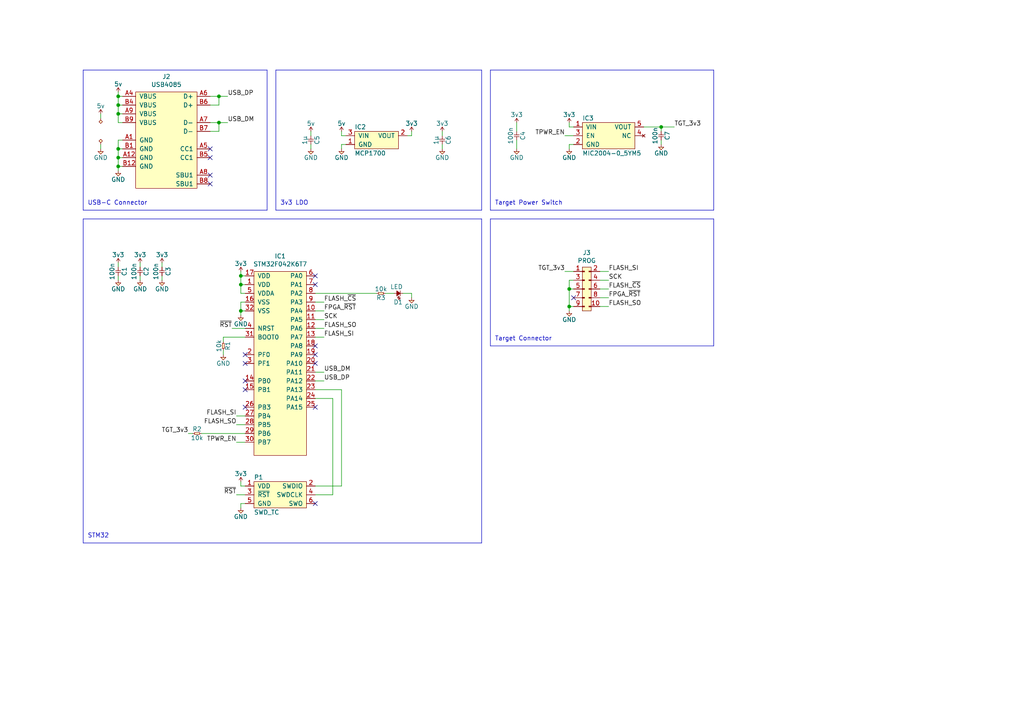
<source format=kicad_sch>
(kicad_sch (version 20230121) (generator eeschema)
  (paper "A4")
  (title_block (title "FFP FPGA/Flash Programmer") (date "2019-04-30") (rev "1") (comment 2 "Copyright 2019 Adam Greig") (comment 3 "Licensed under Creative Commons Attribution 4.0"))
  (lib_symbols
    (symbol "ffp-rescue:3v3-agg" (power) (pin_numbers hide) (pin_names (offset 1.016) hide)
      (property "Value" "3v3-agg" (at 0 2.286 0))
      (symbol "3v3-agg_0_1"
        (polyline (pts (xy 0 1.27) (xy 0.508 0.508)))
        (polyline (pts (xy 0 0) (xy 0 1.27) (xy -0.508 0.508)))
      )
      (symbol "3v3-agg_1_1"
        (pin power_in line (at 0 0 180) (length 0) hide (name "3v3") (number "1"))
      )
    )
    (symbol "ffp-rescue:5v-agg" (power) (pin_numbers hide) (pin_names (offset 1.016) hide)
      (property "Value" "5v-agg" (at 0 2.286 0))
      (symbol "5v-agg_0_1"
        (polyline (pts (xy 0 1.27) (xy 0.508 0.508)))
        (polyline (pts (xy 0 0) (xy 0 1.27) (xy -0.508 0.508)))
      )
      (symbol "5v-agg_1_1"
        (pin power_in line (at 0 0 180) (length 0) hide (name "5v") (number "1"))
      )
    )
    (symbol "ffp-rescue:C-agg" (pin_numbers hide) (pin_names (offset 1.016) hide)
      (property "Reference" "C" (at 1.27 1.778 0))
      (property "Value" "agg_C" (at 1.27 -1.778 0))
      (symbol "C-agg_0_1"
        (polyline (pts (xy 1.016 0.762) (xy 1.016 -0.762)))
        (polyline (pts (xy 1.524 0.762) (xy 1.524 -0.762)))
      )
      (symbol "C-agg_1_1"
        (pin passive line (at 0 0 0) (length 1.016) (name "~") (number "1"))
        (pin passive line (at 2.54 0 180) (length 1.016) (name "~") (number "2"))
      )
    )
    (symbol "ffp-rescue:CONN_02x05-agg" (pin_names (offset 0.0254) hide)
      (property "Reference" "J" (at -2.54 2.54 0))
      (property "Value" "agg_CONN_02x05" (at -2.54 -12.7 0))
      (symbol "CONN_02x05-agg_0_1"
        (rectangle (start -2.54 -10.033) (end -1.905 -10.287) (fill (type outline)))
        (rectangle (start -2.54 -7.493) (end -1.905 -7.747) (fill (type outline)))
        (rectangle (start -2.54 -4.953) (end -1.905 -5.207) (fill (type outline)))
        (rectangle (start -2.54 -2.413) (end -1.905 -2.667) (fill (type outline)))
        (rectangle (start -2.54 0.127) (end -1.905 -0.127) (fill (type outline)))
        (rectangle (start 0 -10.033) (end -0.635 -10.287) (fill (type outline)))
        (rectangle (start 0 -7.493) (end -0.635 -7.747) (fill (type outline)))
        (rectangle (start 0 -4.953) (end -0.635 -5.207) (fill (type outline)))
        (rectangle (start 0 -2.413) (end -0.635 -2.667) (fill (type outline)))
        (rectangle (start 0 0.127) (end -0.635 -0.127) (fill (type outline)))
        (rectangle (start 0 1.27) (end -2.54 -11.43) (fill (type background)))
      )
      (symbol "CONN_02x05-agg_1_1"
        (pin passive line (at -5.08 0 0) (length 2.54) (name "1") (number "1"))
        (pin passive line (at 2.54 -10.16 180) (length 2.54) (name "10") (number "10"))
        (pin passive line (at 2.54 0 180) (length 2.54) (name "2") (number "2"))
        (pin passive line (at -5.08 -2.54 0) (length 2.54) (name "3") (number "3"))
        (pin passive line (at 2.54 -2.54 180) (length 2.54) (name "4") (number "4"))
        (pin passive line (at -5.08 -5.08 0) (length 2.54) (name "5") (number "5"))
        (pin passive line (at 2.54 -5.08 180) (length 2.54) (name "6") (number "6"))
        (pin passive line (at -5.08 -7.62 0) (length 2.54) (name "7") (number "7"))
        (pin passive line (at 2.54 -7.62 180) (length 2.54) (name "8") (number "8"))
        (pin passive line (at -5.08 -10.16 0) (length 2.54) (name "9") (number "9"))
      )
    )
    (symbol "ffp-rescue:GND-agg" (power) (pin_numbers hide) (pin_names (offset 1.016) hide)
      (property "Value" "GND-agg" (at 0 -2.54 0))
      (symbol "GND-agg_0_1"
        (polyline (pts (xy 0 0) (xy 0 -0.762)))
        (polyline (pts (xy -0.762 -0.762) (xy 0.762 -0.762) (xy 0 -1.524) (xy -0.762 -0.762)) (fill (type background)))
      )
      (symbol "GND-agg_1_1"
        (pin power_in line (at 0 0 180) (length 0) hide (name "GND") (number "1"))
      )
    )
    (symbol "ffp-rescue:LED-agg" (pin_numbers hide) (pin_names (offset 1.016) hide)
      (property "Reference" "D" (at 0 2.54 0))
      (property "Value" "agg_LED" (at 0 -1.905 0))
      (symbol "LED-agg_0_1"
        (polyline (pts (xy 0.762 0.762) (xy 0.762 -0.762)))
        (polyline (pts (xy 0.762 0) (xy 1.778 0.762) (xy 1.778 -0.762) (xy 0.762 0)) (fill (type outline)))
        (polyline (pts (xy 1.524 1.016) (xy 1.27 1.27) (xy 1.524 1.27) (xy 1.016 1.778) (xy 1.016 1.524) (xy 1.27 1.778) (xy 1.016 1.778)))
        (polyline (pts (xy 1.27 0.762) (xy 1.016 1.016) (xy 1.27 1.016) (xy 1.016 1.27) (xy 0.762 1.524) (xy 0.762 1.27) (xy 1.016 1.524) (xy 0.762 1.524)))
      )
      (symbol "LED-agg_1_1"
        (pin passive line (at 0 0 0) (length 0.762) (name "~") (number "1"))
        (pin passive line (at 2.54 0 180) (length 0.762) (name "~") (number "2"))
      )
    )
    (symbol "ffp-rescue:MCP1700-agg" (pin_names (offset 1.016))
      (property "Reference" "IC" (at -5.08 2.54 0))
      (property "Value" "agg_MCP1700" (at -5.08 -5.08 0))
      (symbol "MCP1700-agg_0_1"
        (rectangle (start -5.08 1.27) (end 7.62 -3.81) (fill (type background)))
      )
      (symbol "MCP1700-agg_1_1"
        (pin power_in line (at -7.62 -2.54 0) (length 2.54) (name "GND") (number "1"))
        (pin power_out line (at 10.16 0 180) (length 2.54) (name "VOUT") (number "2"))
        (pin power_in line (at -7.62 0 0) (length 2.54) (name "VIN") (number "3"))
      )
    )
    (symbol "ffp-rescue:MIC2004-0_5YM5-agg" (pin_names (offset 1.016))
      (property "Reference" "IC" (at -7.62 5.08 0))
      (property "Value" "agg_MIC2004-0_5YM5" (at -7.62 -5.08 0))
      (symbol "MIC2004-0_5YM5-agg_0_0"
        (pin power_in line (at -10.16 2.54 0) (length 2.54) (name "VIN") (number "1"))
        (pin power_in line (at -10.16 -2.54 0) (length 2.54) (name "GND") (number "2"))
        (pin input line (at -10.16 0 0) (length 2.54) (name "EN") (number "3"))
        (pin no_connect line (at 10.16 0 180) (length 2.54) (name "NC") (number "4"))
        (pin power_out line (at 10.16 2.54 180) (length 2.54) (name "VOUT") (number "5"))
      )
      (symbol "MIC2004-0_5YM5-agg_0_1"
        (rectangle (start -7.62 3.81) (end 7.62 -3.81) (fill (type background)))
      )
    )
    (symbol "ffp-rescue:PWR-agg" (power) (pin_numbers hide) (pin_names (offset 1.016) hide)
      (property "Value" "PWR-agg" (at 0 2.286 0))
      (symbol "PWR-agg_0_1"
        (polyline (pts (xy 0 0.508) (xy -0.508 1.016) (xy 0 1.524) (xy 0.508 1.016) (xy 0 0.508)) (fill (type background)))
      )
      (symbol "PWR-agg_1_1"
        (pin power_out line (at 0 0 90) (length 0.508) (name "pwr") (number "1"))
      )
    )
    (symbol "ffp-rescue:R-agg" (pin_numbers hide) (pin_names (offset 1.016) hide)
      (property "Reference" "R" (at 1.27 1.27 0))
      (property "Value" "agg_R" (at 1.27 -1.27 0))
      (symbol "R-agg_0_1"
        (rectangle (start 0.508 0.254) (end 2.032 -0.254) (fill (type background)))
      )
      (symbol "R-agg_1_1"
        (pin passive line (at 0 0 0) (length 0.508) (name "~") (number "1"))
        (pin passive line (at 2.54 0 180) (length 0.508) (name "~") (number "2"))
      )
    )
    (symbol "ffp-rescue:STM32F0xxKxTx-agg" (pin_names (offset 1.016))
      (property "Reference" "IC" (at -7.62 27.94 0))
      (property "Value" "agg_STM32F0xxKxTx" (at -7.62 -27.94 0))
      (symbol "STM32F0xxKxTx-agg_0_0"
        (pin power_in line (at -10.16 22.86 0) (length 2.54) (name "VDD") (number "1"))
        (pin bidirectional line (at 10.16 15.24 180) (length 2.54) (name "PA4") (number "10"))
        (pin bidirectional line (at 10.16 12.7 180) (length 2.54) (name "PA5") (number "11"))
        (pin bidirectional line (at 10.16 10.16 180) (length 2.54) (name "PA6") (number "12"))
        (pin bidirectional line (at 10.16 7.62 180) (length 2.54) (name "PA7") (number "13"))
        (pin bidirectional line (at -10.16 -5.08 0) (length 2.54) (name "PB0") (number "14"))
        (pin bidirectional line (at -10.16 -7.62 0) (length 2.54) (name "PB1") (number "15"))
        (pin power_in line (at -10.16 17.78 0) (length 2.54) (name "VSS") (number "16"))
        (pin power_in line (at -10.16 25.4 0) (length 2.54) (name "VDD") (number "17"))
        (pin bidirectional line (at 10.16 5.08 180) (length 2.54) (name "PA8") (number "18"))
        (pin bidirectional line (at 10.16 2.54 180) (length 2.54) (name "PA9") (number "19"))
        (pin bidirectional line (at -10.16 2.54 0) (length 2.54) (name "PF0") (number "2"))
        (pin bidirectional line (at 10.16 0 180) (length 2.54) (name "PA10") (number "20"))
        (pin bidirectional line (at 10.16 -2.54 180) (length 2.54) (name "PA11") (number "21"))
        (pin bidirectional line (at 10.16 -5.08 180) (length 2.54) (name "PA12") (number "22"))
        (pin bidirectional line (at 10.16 -7.62 180) (length 2.54) (name "PA13") (number "23"))
        (pin bidirectional line (at 10.16 -10.16 180) (length 2.54) (name "PA14") (number "24"))
        (pin bidirectional line (at 10.16 -12.7 180) (length 2.54) (name "PA15") (number "25"))
        (pin bidirectional line (at -10.16 -12.7 0) (length 2.54) (name "PB3") (number "26"))
        (pin bidirectional line (at -10.16 -15.24 0) (length 2.54) (name "PB4") (number "27"))
        (pin bidirectional line (at -10.16 -17.78 0) (length 2.54) (name "PB5") (number "28"))
        (pin bidirectional line (at -10.16 -20.32 0) (length 2.54) (name "PB6") (number "29"))
        (pin bidirectional line (at -10.16 0 0) (length 2.54) (name "PF1") (number "3"))
        (pin bidirectional line (at -10.16 -22.86 0) (length 2.54) (name "PB7") (number "30"))
        (pin input line (at -10.16 7.62 0) (length 2.54) (name "BOOT0") (number "31"))
        (pin power_in line (at -10.16 15.24 0) (length 2.54) (name "VSS") (number "32"))
        (pin input line (at -10.16 10.16 0) (length 2.54) (name "NRST") (number "4"))
        (pin power_in line (at -10.16 20.32 0) (length 2.54) (name "VDDA") (number "5"))
        (pin bidirectional line (at 10.16 25.4 180) (length 2.54) (name "PA0") (number "6"))
        (pin bidirectional line (at 10.16 22.86 180) (length 2.54) (name "PA1") (number "7"))
        (pin bidirectional line (at 10.16 20.32 180) (length 2.54) (name "PA2") (number "8"))
        (pin bidirectional line (at 10.16 17.78 180) (length 2.54) (name "PA3") (number "9"))
      )
      (symbol "STM32F0xxKxTx-agg_0_1"
        (rectangle (start -7.62 26.67) (end 7.62 -26.67) (fill (type background)))
      )
    )
    (symbol "ffp-rescue:SWD_TC-agg" (pin_names (offset 1.016))
      (property "Reference" "P" (at -7.62 5.08 0))
      (property "Value" "agg_SWD_TC" (at -7.62 -5.08 0))
      (symbol "SWD_TC-agg_0_1"
        (rectangle (start -7.62 3.81) (end 7.62 -3.81) (fill (type background)))
      )
      (symbol "SWD_TC-agg_1_1"
        (pin power_in line (at -10.16 2.54 0) (length 2.54) (name "VDD") (number "1"))
        (pin bidirectional line (at 10.16 2.54 180) (length 2.54) (name "SWDIO") (number "2"))
        (pin open_collector line (at -10.16 0 0) (length 2.54) (name "~{RST}") (number "3"))
        (pin output line (at 10.16 0 180) (length 2.54) (name "SWDCLK") (number "4"))
        (pin power_in line (at -10.16 -2.54 0) (length 2.54) (name "GND") (number "5"))
        (pin input line (at 10.16 -2.54 180) (length 2.54) (name "SWO") (number "6"))
      )
    )
    (symbol "ffp-rescue:USB4085-agg" (pin_names (offset 1.016))
      (property "Reference" "J" (at -8.89 15.24 0))
      (property "Value" "agg_USB4085" (at -8.89 -15.24 0))
      (symbol "USB4085-agg_0_0"
        (pin passive line (at -12.7 0 0) (length 3.81) (name "GND") (number "A1"))
        (pin passive line (at -12.7 -5.08 0) (length 3.81) (name "GND") (number "A12"))
        (pin passive line (at -12.7 12.7 0) (length 3.81) (name "VBUS") (number "A4"))
        (pin passive line (at 12.7 -2.54 180) (length 3.81) (name "CC1") (number "A5"))
        (pin passive line (at 12.7 12.7 180) (length 3.81) (name "D+") (number "A6"))
        (pin passive line (at 12.7 5.08 180) (length 3.81) (name "D-") (number "A7"))
        (pin passive line (at 12.7 -10.16 180) (length 3.81) (name "SBU1") (number "A8"))
        (pin passive line (at -12.7 7.62 0) (length 3.81) (name "VBUS") (number "A9"))
        (pin passive line (at -12.7 -2.54 0) (length 3.81) (name "GND") (number "B1"))
        (pin passive line (at -12.7 -7.62 0) (length 3.81) (name "GND") (number "B12"))
        (pin passive line (at -12.7 10.16 0) (length 3.81) (name "VBUS") (number "B4"))
        (pin passive line (at 12.7 -5.08 180) (length 3.81) (name "CC1") (number "B5"))
        (pin passive line (at 12.7 10.16 180) (length 3.81) (name "D+") (number "B6"))
        (pin passive line (at 12.7 2.54 180) (length 3.81) (name "D-") (number "B7"))
        (pin passive line (at 12.7 -12.7 180) (length 3.81) (name "SBU1") (number "B8"))
        (pin passive line (at -12.7 5.08 0) (length 3.81) (name "VBUS") (number "B9"))
      )
      (symbol "USB4085-agg_0_1"
        (rectangle (start -8.89 13.97) (end 8.89 -13.97) (fill (type background)))
      )
    )
  )
  (junction (at 34.29 48.26))
  (junction (at 69.85 80.01))
  (junction (at 69.85 82.55))
  (junction (at 34.29 33.02))
  (junction (at 69.85 90.17))
  (junction (at 63.5 35.56))
  (junction (at 191.77 36.83))
  (junction (at 34.29 27.94))
  (junction (at 165.1 88.9))
  (junction (at 165.1 83.82))
  (junction (at 34.29 45.72))
  (junction (at 34.29 43.18))
  (junction (at 34.29 30.48))
  (junction (at 63.5 27.94))
  (no_connect (at 71.12 102.87))
  (no_connect (at 71.12 110.49))
  (no_connect (at 91.44 118.11))
  (no_connect (at 91.44 80.01))
  (no_connect (at 91.44 105.41))
  (no_connect (at 91.44 102.87))
  (no_connect (at 166.37 86.36))
  (no_connect (at 60.96 45.72))
  (no_connect (at 71.12 113.03))
  (no_connect (at 60.96 53.34))
  (no_connect (at 91.44 146.05))
  (no_connect (at 60.96 50.8))
  (no_connect (at 71.12 118.11))
  (no_connect (at 60.96 43.18))
  (no_connect (at 91.44 100.33))
  (no_connect (at 91.44 82.55))
  (no_connect (at 71.12 105.41))
  (wire (pts (xy 29.21 41.91) (xy 29.21 43.18)))
  (wire (pts (xy 99.06 43.18) (xy 99.06 41.91)))
  (wire (pts (xy 90.17 41.91) (xy 90.17 43.18)))
  (wire (pts (xy 34.29 80.01) (xy 34.29 81.28)))
  (polyline (pts (xy 24.13 20.32) (xy 77.47 20.32)))
  (wire (pts (xy 173.99 78.74) (xy 176.53 78.74)))
  (polyline (pts (xy 139.7 20.32) (xy 80.01 20.32)))
  (wire (pts (xy 67.31 95.25) (xy 71.12 95.25)))
  (polyline (pts (xy 24.13 157.48) (xy 24.13 63.5)))
  (polyline (pts (xy 80.01 60.96) (xy 139.7 60.96)))
  (wire (pts (xy 60.96 27.94) (xy 63.5 27.94)))
  (wire (pts (xy 111.76 85.09) (xy 114.3 85.09)))
  (wire (pts (xy 40.64 76.2) (xy 40.64 77.47)))
  (wire (pts (xy 149.86 40.64) (xy 149.86 43.18)))
  (polyline (pts (xy 207.01 100.33) (xy 207.01 63.5)))
  (wire (pts (xy 191.77 36.83) (xy 195.58 36.83)))
  (wire (pts (xy 71.12 97.79) (xy 64.77 97.79)))
  (wire (pts (xy 69.85 82.55) (xy 69.85 85.09)))
  (wire (pts (xy 64.77 97.79) (xy 64.77 99.06)))
  (wire (pts (xy 99.06 41.91) (xy 100.33 41.91)))
  (wire (pts (xy 91.44 110.49) (xy 93.98 110.49)))
  (wire (pts (xy 165.1 36.83) (xy 166.37 36.83)))
  (wire (pts (xy 91.44 87.63) (xy 93.98 87.63)))
  (wire (pts (xy 186.69 36.83) (xy 191.77 36.83)))
  (wire (pts (xy 34.29 49.53) (xy 34.29 48.26)))
  (wire (pts (xy 91.44 92.71) (xy 93.98 92.71)))
  (wire (pts (xy 35.56 35.56) (xy 34.29 35.56)))
  (wire (pts (xy 69.85 80.01) (xy 71.12 80.01)))
  (polyline (pts (xy 139.7 157.48) (xy 24.13 157.48)))
  (wire (pts (xy 46.99 76.2) (xy 46.99 77.47)))
  (polyline (pts (xy 142.24 100.33) (xy 207.01 100.33)))
  (wire (pts (xy 68.58 123.19) (xy 71.12 123.19)))
  (wire (pts (xy 34.29 45.72) (xy 35.56 45.72)))
  (wire (pts (xy 34.29 35.56) (xy 34.29 33.02)))
  (wire (pts (xy 60.96 38.1) (xy 63.5 38.1)))
  (wire (pts (xy 91.44 140.97) (xy 99.06 140.97)))
  (wire (pts (xy 34.29 48.26) (xy 34.29 45.72)))
  (wire (pts (xy 119.38 39.37) (xy 119.38 38.1)))
  (wire (pts (xy 191.77 41.91) (xy 191.77 40.64)))
  (wire (pts (xy 99.06 140.97) (xy 99.06 113.03)))
  (wire (pts (xy 166.37 88.9) (xy 165.1 88.9)))
  (wire (pts (xy 91.44 90.17) (xy 93.98 90.17)))
  (wire (pts (xy 35.56 27.94) (xy 34.29 27.94)))
  (wire (pts (xy 71.12 90.17) (xy 69.85 90.17)))
  (wire (pts (xy 29.21 34.29) (xy 29.21 33.02)))
  (polyline (pts (xy 139.7 60.96) (xy 139.7 20.32)))
  (wire (pts (xy 90.17 38.1) (xy 90.17 39.37)))
  (polyline (pts (xy 142.24 20.32) (xy 142.24 60.96)))
  (wire (pts (xy 54.61 125.73) (xy 55.88 125.73)))
  (polyline (pts (xy 142.24 60.96) (xy 207.01 60.96)))
  (polyline (pts (xy 77.47 20.32) (xy 77.47 60.96)))
  (wire (pts (xy 34.29 27.94) (xy 34.29 26.67)))
  (wire (pts (xy 118.11 39.37) (xy 119.38 39.37)))
  (polyline (pts (xy 24.13 63.5) (xy 139.7 63.5)))
  (wire (pts (xy 71.12 146.05) (xy 69.85 146.05)))
  (wire (pts (xy 99.06 113.03) (xy 91.44 113.03)))
  (wire (pts (xy 69.85 91.44) (xy 69.85 90.17)))
  (wire (pts (xy 166.37 78.74) (xy 163.83 78.74)))
  (wire (pts (xy 58.42 125.73) (xy 71.12 125.73)))
  (wire (pts (xy 69.85 85.09) (xy 71.12 85.09)))
  (wire (pts (xy 165.1 81.28) (xy 165.1 83.82)))
  (wire (pts (xy 63.5 38.1) (xy 63.5 35.56)))
  (wire (pts (xy 64.77 102.87) (xy 64.77 101.6)))
  (polyline (pts (xy 142.24 63.5) (xy 142.24 100.33)))
  (wire (pts (xy 69.85 146.05) (xy 69.85 147.32)))
  (wire (pts (xy 173.99 81.28) (xy 176.53 81.28)))
  (wire (pts (xy 116.84 85.09) (xy 119.38 85.09)))
  (wire (pts (xy 128.27 41.91) (xy 128.27 43.18)))
  (wire (pts (xy 69.85 87.63) (xy 71.12 87.63)))
  (wire (pts (xy 34.29 33.02) (xy 34.29 30.48)))
  (wire (pts (xy 35.56 33.02) (xy 34.29 33.02)))
  (wire (pts (xy 34.29 43.18) (xy 34.29 40.64)))
  (wire (pts (xy 60.96 30.48) (xy 63.5 30.48)))
  (wire (pts (xy 91.44 95.25) (xy 93.98 95.25)))
  (wire (pts (xy 68.58 128.27) (xy 71.12 128.27)))
  (wire (pts (xy 166.37 81.28) (xy 165.1 81.28)))
  (wire (pts (xy 91.44 107.95) (xy 93.98 107.95)))
  (wire (pts (xy 34.29 40.64) (xy 35.56 40.64)))
  (wire (pts (xy 35.56 48.26) (xy 34.29 48.26)))
  (polyline (pts (xy 139.7 63.5) (xy 139.7 157.48)))
  (wire (pts (xy 40.64 80.01) (xy 40.64 81.28)))
  (wire (pts (xy 91.44 97.79) (xy 93.98 97.79)))
  (wire (pts (xy 166.37 83.82) (xy 165.1 83.82)))
  (wire (pts (xy 91.44 85.09) (xy 109.22 85.09)))
  (wire (pts (xy 69.85 140.97) (xy 71.12 140.97)))
  (wire (pts (xy 119.38 85.09) (xy 119.38 86.36)))
  (wire (pts (xy 63.5 27.94) (xy 66.04 27.94)))
  (wire (pts (xy 165.1 88.9) (xy 165.1 90.17)))
  (wire (pts (xy 99.06 38.1) (xy 99.06 39.37)))
  (polyline (pts (xy 80.01 20.32) (xy 80.01 60.96)))
  (wire (pts (xy 165.1 41.91) (xy 165.1 43.18)))
  (wire (pts (xy 69.85 90.17) (xy 69.85 87.63)))
  (polyline (pts (xy 207.01 63.5) (xy 142.24 63.5)))
  (wire (pts (xy 173.99 88.9) (xy 176.53 88.9)))
  (wire (pts (xy 91.44 143.51) (xy 96.52 143.51)))
  (wire (pts (xy 71.12 82.55) (xy 69.85 82.55)))
  (wire (pts (xy 166.37 39.37) (xy 163.83 39.37)))
  (wire (pts (xy 173.99 83.82) (xy 176.53 83.82)))
  (wire (pts (xy 34.29 45.72) (xy 34.29 43.18)))
  (wire (pts (xy 35.56 30.48) (xy 34.29 30.48)))
  (wire (pts (xy 191.77 36.83) (xy 191.77 38.1)))
  (wire (pts (xy 63.5 30.48) (xy 63.5 27.94)))
  (wire (pts (xy 69.85 139.7) (xy 69.85 140.97)))
  (wire (pts (xy 165.1 83.82) (xy 165.1 88.9)))
  (wire (pts (xy 99.06 39.37) (xy 100.33 39.37)))
  (wire (pts (xy 34.29 76.2) (xy 34.29 77.47)))
  (wire (pts (xy 173.99 86.36) (xy 176.53 86.36)))
  (wire (pts (xy 96.52 115.57) (xy 91.44 115.57)))
  (polyline (pts (xy 24.13 60.96) (xy 24.13 20.32)))
  (wire (pts (xy 165.1 41.91) (xy 166.37 41.91)))
  (wire (pts (xy 165.1 35.56) (xy 165.1 36.83)))
  (wire (pts (xy 63.5 35.56) (xy 66.04 35.56)))
  (polyline (pts (xy 207.01 60.96) (xy 207.01 20.32)))
  (wire (pts (xy 60.96 35.56) (xy 63.5 35.56)))
  (polyline (pts (xy 207.01 20.32) (xy 142.24 20.32)))
  (wire (pts (xy 46.99 80.01) (xy 46.99 81.28)))
  (wire (pts (xy 35.56 43.18) (xy 34.29 43.18)))
  (wire (pts (xy 128.27 38.1) (xy 128.27 39.37)))
  (wire (pts (xy 71.12 143.51) (xy 68.58 143.51)))
  (wire (pts (xy 68.58 120.65) (xy 71.12 120.65)))
  (wire (pts (xy 149.86 35.56) (xy 149.86 38.1)))
  (wire (pts (xy 34.29 30.48) (xy 34.29 27.94)))
  (wire (pts (xy 96.52 143.51) (xy 96.52 115.57)))
  (wire (pts (xy 69.85 78.74) (xy 69.85 80.01)))
  (polyline (pts (xy 77.47 60.96) (xy 24.13 60.96)))
  (wire (pts (xy 69.85 80.01) (xy 69.85 82.55)))
  (text "USB-C Connector" (at 25.4 59.69 0) (effects (font (size 1.27 1.27)) (justify left bottom)))
  (text "STM32" (at 25.4 156.21 0) (effects (font (size 1.27 1.27)) (justify left bottom)))
  (text "Target Connector" (at 143.51 99.06 0) (effects (font (size 1.27 1.27)) (justify left bottom)))
  (text "3v3 LDO" (at 81.28 59.69 0) (effects (font (size 1.27 1.27)) (justify left bottom)))
  (text "Target Power Switch" (at 143.51 59.69 0) (effects (font (size 1.27 1.27)) (justify left bottom)))
  (label "FLASH_SO" (at 176.53 88.9 0))
  (label "TGT_3v3" (at 54.61 125.73 180))
  (label "~{RST}" (at 67.31 95.25 180))
  (label "FLASH_SO" (at 93.98 95.25 0))
  (label "USB_DM" (at 93.98 107.95 0))
  (label "USB_DP" (at 66.04 27.94 0))
  (label "FLASH_SI" (at 68.58 120.65 180))
  (label "FLASH_SI" (at 93.98 97.79 0))
  (label "FPGA_~{RST}" (at 176.53 86.36 0))
  (label "TPWR_EN" (at 163.83 39.37 180))
  (label "TPWR_EN" (at 68.58 128.27 180))
  (label "FPGA_~{RST}" (at 93.98 90.17 0))
  (label "~{RST}" (at 68.58 143.51 180))
  (label "FLASH_SI" (at 176.53 78.74 0))
  (label "FLASH_SO" (at 68.58 123.19 180))
  (label "SCK" (at 93.98 92.71 0))
  (label "TGT_3v3" (at 163.83 78.74 180))
  (label "FLASH_~{CS}" (at 176.53 83.82 0))
  (label "USB_DM" (at 66.04 35.56 0))
  (label "USB_DP" (at 93.98 110.49 0))
  (label "SCK" (at 176.53 81.28 0))
  (label "TGT_3v3" (at 195.58 36.83 0))
  (label "FLASH_~{CS}" (at 93.98 87.63 0))
  (symbol (lib_id "ffp-rescue:STM32F0xxKxTx-agg") (at 81.28 105.41 0) (unit 1)
    (property "Reference" "IC1" (at 81.28 74.295 0))
    (property "Value" "STM32F042K6T7" (at 81.28 76.6064 0))
    (property "Footprint" "agg:LQFP-32" (effects hide))
    (property "Datasheet" "https://www.st.com/resource/en/datasheet/stm32f042k6.pdf" (effects hide))
    (property "Farnell" "2469553" (effects hide))
  )
  (symbol (lib_id "ffp-rescue:USB4085-agg") (at 48.26 40.64 0) (unit 1)
    (property "Reference" "J2" (at 48.26 22.225 0))
    (property "Value" "USB4085" (at 48.26 24.5364 0))
    (property "Footprint" "agg:USB4085" (effects hide))
    (property "Datasheet" "https://gct.co/connector/usb4085" (effects hide))
    (property "Farnell" "2924867" (effects hide))
  )
  (symbol (lib_id "ffp-rescue:CONN_02x05-agg") (at 171.45 78.74 0) (unit 1)
    (property "Reference" "J3" (at 170.18 73.279 0))
    (property "Value" "PROG" (at 170.18 75.5904 0))
    (property "Footprint" "agg:FTSH-105-01-L-DV-K" (effects hide))
    (property "Farnell" "2856437" (effects hide))
  )
  (symbol (lib_id "ffp-rescue:GND-agg") (at 165.1 90.17 0) (unit 1)
    (property "Reference" "#PWR0127" (effects hide))
    (property "Value" "GND" (at 165.1 92.71 0))
  )
  (symbol (lib_id "ffp-rescue:SWD_TC-agg") (at 81.28 143.51 0) (unit 1)
    (property "Reference" "P1" (at 73.66 138.43 0) (effects (justify left)))
    (property "Value" "SWD_TC" (at 73.66 148.59 0) (effects (justify left)))
    (property "Footprint" "agg:TC2030-NL" (effects hide))
  )
  (symbol (lib_id "ffp-rescue:3v3-agg") (at 69.85 139.7 0) (unit 1)
    (property "Reference" "#PWR0101" (effects hide))
    (property "Value" "3v3" (at 69.85 137.414 0))
  )
  (symbol (lib_id "ffp-rescue:GND-agg") (at 69.85 147.32 0) (unit 1)
    (property "Reference" "#PWR0102" (effects hide))
    (property "Value" "GND" (at 69.85 149.86 0))
  )
  (symbol (lib_id "ffp-rescue:R-agg") (at 64.77 99.06 270) (unit 1)
    (property "Reference" "R1" (at 66.04 100.33 0))
    (property "Value" "10k" (at 63.5 100.33 0))
    (property "Footprint" "agg:0603" (effects hide))
    (property "Farnell" "2447230" (effects hide))
  )
  (symbol (lib_id "ffp-rescue:GND-agg") (at 64.77 102.87 0) (unit 1)
    (property "Reference" "#PWR0103" (effects hide))
    (property "Value" "GND" (at 64.77 105.41 0))
  )
  (symbol (lib_id "ffp-rescue:3v3-agg") (at 69.85 78.74 0) (unit 1)
    (property "Reference" "#PWR0105" (effects hide))
    (property "Value" "3v3" (at 69.85 76.454 0))
  )
  (symbol (lib_id "ffp-rescue:GND-agg") (at 69.85 91.44 0) (unit 1)
    (property "Reference" "#PWR0106" (effects hide))
    (property "Value" "GND" (at 69.85 93.98 0))
  )
  (symbol (lib_id "ffp-rescue:C-agg") (at 34.29 77.47 270) (unit 1)
    (property "Reference" "C1" (at 36.068 78.74 0))
    (property "Value" "100n" (at 32.512 78.74 0))
    (property "Footprint" "agg:0603" (effects hide))
    (property "Farnell" "1759122" (effects hide))
  )
  (symbol (lib_id "ffp-rescue:GND-agg") (at 34.29 81.28 0) (unit 1)
    (property "Reference" "#PWR0107" (effects hide))
    (property "Value" "GND" (at 34.29 83.82 0))
  )
  (symbol (lib_id "ffp-rescue:3v3-agg") (at 34.29 76.2 0) (unit 1)
    (property "Reference" "#PWR0108" (effects hide))
    (property "Value" "3v3" (at 34.29 73.914 0))
  )
  (symbol (lib_id "ffp-rescue:C-agg") (at 40.64 77.47 270) (unit 1)
    (property "Reference" "C2" (at 42.418 78.74 0))
    (property "Value" "100n" (at 38.862 78.74 0))
    (property "Footprint" "agg:0603" (effects hide))
    (property "Farnell" "1759122" (effects hide))
  )
  (symbol (lib_id "ffp-rescue:GND-agg") (at 40.64 81.28 0) (unit 1)
    (property "Reference" "#PWR0109" (effects hide))
    (property "Value" "GND" (at 40.64 83.82 0))
  )
  (symbol (lib_id "ffp-rescue:3v3-agg") (at 40.64 76.2 0) (unit 1)
    (property "Reference" "#PWR0110" (effects hide))
    (property "Value" "3v3" (at 40.64 73.914 0))
  )
  (symbol (lib_id "ffp-rescue:C-agg") (at 46.99 77.47 270) (unit 1)
    (property "Reference" "C3" (at 48.768 78.74 0))
    (property "Value" "100n" (at 45.212 78.74 0))
    (property "Footprint" "agg:0603" (effects hide))
    (property "Farnell" "1759122" (effects hide))
  )
  (symbol (lib_id "ffp-rescue:GND-agg") (at 46.99 81.28 0) (unit 1)
    (property "Reference" "#PWR0111" (effects hide))
    (property "Value" "GND" (at 46.99 83.82 0))
  )
  (symbol (lib_id "ffp-rescue:3v3-agg") (at 46.99 76.2 0) (unit 1)
    (property "Reference" "#PWR0112" (effects hide))
    (property "Value" "3v3" (at 46.99 73.914 0))
  )
  (symbol (lib_id "ffp-rescue:5v-agg") (at 34.29 26.67 0) (unit 1)
    (property "Reference" "#PWR0113" (effects hide))
    (property "Value" "5v" (at 34.29 24.384 0))
  )
  (symbol (lib_id "ffp-rescue:GND-agg") (at 34.29 49.53 0) (unit 1)
    (property "Reference" "#PWR0114" (effects hide))
    (property "Value" "GND" (at 34.29 52.07 0))
  )
  (symbol (lib_id "ffp-rescue:MCP1700-agg") (at 107.95 39.37 0) (unit 1)
    (property "Reference" "IC2" (at 102.87 36.83 0) (effects (justify left)))
    (property "Value" "MCP1700" (at 102.87 44.45 0) (effects (justify left)))
    (property "Footprint" "agg:SOT-23" (effects hide))
    (property "Farnell" "1296592" (effects hide))
  )
  (symbol (lib_id "ffp-rescue:5v-agg") (at 99.06 38.1 0) (unit 1)
    (property "Reference" "#PWR0115" (effects hide))
    (property "Value" "5v" (at 99.06 35.814 0))
  )
  (symbol (lib_id "ffp-rescue:GND-agg") (at 99.06 43.18 0) (unit 1)
    (property "Reference" "#PWR0116" (effects hide))
    (property "Value" "GND" (at 99.06 45.72 0))
  )
  (symbol (lib_id "ffp-rescue:3v3-agg") (at 119.38 38.1 0) (unit 1)
    (property "Reference" "#PWR0117" (effects hide))
    (property "Value" "3v3" (at 119.38 35.814 0))
  )
  (symbol (lib_id "ffp-rescue:C-agg") (at 90.17 39.37 270) (unit 1)
    (property "Reference" "C5" (at 91.948 40.64 0))
    (property "Value" "1µ" (at 88.392 40.64 0))
    (property "Footprint" "agg:0603" (effects hide))
    (property "Farnell" "2768389" (effects hide))
  )
  (symbol (lib_id "ffp-rescue:GND-agg") (at 90.17 43.18 0) (unit 1)
    (property "Reference" "#PWR0118" (effects hide))
    (property "Value" "GND" (at 90.17 45.72 0))
  )
  (symbol (lib_id "ffp-rescue:5v-agg") (at 90.17 38.1 0) (unit 1)
    (property "Reference" "#PWR0119" (effects hide))
    (property "Value" "5v" (at 90.17 35.814 0))
  )
  (symbol (lib_id "ffp-rescue:C-agg") (at 128.27 39.37 270) (unit 1)
    (property "Reference" "C6" (at 130.048 40.64 0))
    (property "Value" "1µ" (at 126.492 40.64 0))
    (property "Footprint" "agg:0603" (effects hide))
    (property "Farnell" "2768389" (effects hide))
  )
  (symbol (lib_id "ffp-rescue:GND-agg") (at 128.27 43.18 0) (unit 1)
    (property "Reference" "#PWR0120" (effects hide))
    (property "Value" "GND" (at 128.27 45.72 0))
  )
  (symbol (lib_id "ffp-rescue:3v3-agg") (at 128.27 38.1 0) (unit 1)
    (property "Reference" "#PWR0121" (effects hide))
    (property "Value" "3v3" (at 128.27 35.814 0))
  )
  (symbol (lib_id "ffp-rescue:MIC2004-0_5YM5-agg") (at 176.53 39.37 0) (unit 1)
    (property "Reference" "IC3" (at 168.91 34.29 0) (effects (justify left)))
    (property "Value" "MIC2004-0_5YM5" (at 168.91 44.45 0) (effects (justify left)))
    (property "Footprint" "agg:SOT-23-5" (effects hide))
    (property "Datasheet" "http://ww1.microchip.com/downloads/en/DeviceDoc/mic20xx.pdf" (effects hide))
    (property "Farnell" "2509877" (effects hide))
  )
  (symbol (lib_id "ffp-rescue:3v3-agg") (at 165.1 35.56 0) (unit 1)
    (property "Reference" "#PWR0126" (effects hide))
    (property "Value" "3v3" (at 165.1 33.274 0))
  )
  (symbol (lib_id "ffp-rescue:GND-agg") (at 165.1 43.18 0) (unit 1)
    (property "Reference" "#PWR0125" (effects hide))
    (property "Value" "GND" (at 165.1 45.72 0))
  )
  (symbol (lib_id "ffp-rescue:C-agg") (at 149.86 38.1 270) (unit 1)
    (property "Reference" "C4" (at 151.638 39.37 0))
    (property "Value" "100n" (at 148.082 39.37 0))
    (property "Footprint" "agg:0603" (effects hide))
    (property "Farnell" "1759122" (effects hide))
  )
  (symbol (lib_id "ffp-rescue:GND-agg") (at 149.86 43.18 0) (unit 1)
    (property "Reference" "#PWR0124" (effects hide))
    (property "Value" "GND" (at 149.86 45.72 0))
  )
  (symbol (lib_id "ffp-rescue:3v3-agg") (at 149.86 35.56 0) (unit 1)
    (property "Reference" "#PWR0123" (effects hide))
    (property "Value" "3v3" (at 149.86 33.274 0))
  )
  (symbol (lib_id "ffp-rescue:C-agg") (at 191.77 38.1 270) (unit 1)
    (property "Reference" "C7" (at 193.548 39.37 0))
    (property "Value" "100n" (at 189.992 39.37 0))
    (property "Footprint" "agg:0603" (effects hide))
    (property "Farnell" "1759122" (effects hide))
  )
  (symbol (lib_id "ffp-rescue:GND-agg") (at 191.77 41.91 0) (unit 1)
    (property "Reference" "#PWR0122" (effects hide))
    (property "Value" "GND" (at 191.77 44.45 0))
  )
  (symbol (lib_id "ffp-rescue:5v-agg") (at 29.21 33.02 0) (unit 1)
    (property "Reference" "#PWR0128" (effects hide))
    (property "Value" "5v" (at 29.21 30.734 0))
  )
  (symbol (lib_id "ffp-rescue:GND-agg") (at 29.21 43.18 0) (unit 1)
    (property "Reference" "#PWR0129" (effects hide))
    (property "Value" "GND" (at 29.21 45.72 0))
  )
  (symbol (lib_id "ffp-rescue:PWR-agg") (at 29.21 34.29 180) (unit 1)
    (property "Reference" "#FLG0101" (effects hide))
    (property "Value" "PWR" (effects hide))
  )
  (symbol (lib_id "ffp-rescue:PWR-agg") (at 29.21 41.91 0) (unit 1)
    (property "Reference" "#FLG0102" (effects hide))
    (property "Value" "PWR" (effects hide))
  )
  (symbol (lib_id "ffp-rescue:R-agg") (at 55.88 125.73 0) (unit 1)
    (property "Reference" "R2" (at 57.15 124.46 0))
    (property "Value" "10k" (at 57.15 127 0))
    (property "Footprint" "agg:0603" (effects hide))
    (property "Farnell" "2447230" (effects hide))
  )
  (symbol (lib_id "ffp-rescue:LED-agg") (at 116.84 85.09 180) (unit 1)
    (property "Reference" "D1" (at 116.84 87.63 0) (effects (justify left)))
    (property "Value" "LED" (at 116.84 83.185 0) (effects (justify left)))
    (property "Footprint" "agg:0603-LED" (effects hide))
    (property "Farnell" "2610409" (effects hide))
  )
  (symbol (lib_id "ffp-rescue:R-agg") (at 111.76 85.09 180) (unit 1)
    (property "Reference" "R3" (at 110.49 86.36 0))
    (property "Value" "10k" (at 110.49 83.82 0))
    (property "Footprint" "agg:0603" (effects hide))
    (property "Farnell" "2447230" (effects hide))
  )
  (symbol (lib_id "ffp-rescue:GND-agg") (at 119.38 86.36 0) (unit 1)
    (property "Reference" "#PWR0104" (effects hide))
    (property "Value" "GND" (at 119.38 88.9 0))
  )
)
</source>
